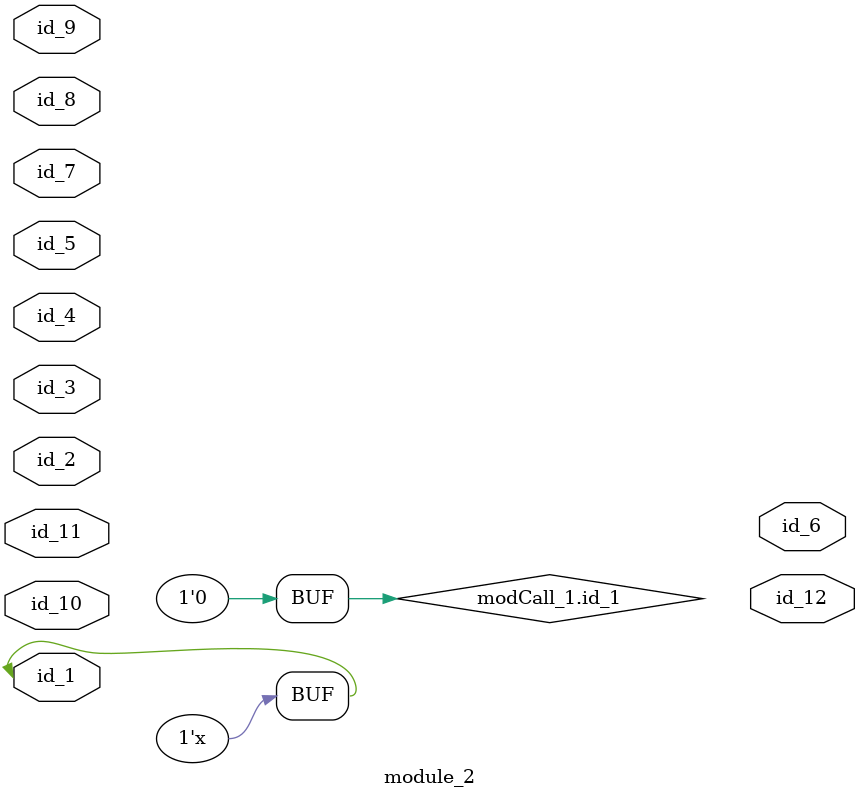
<source format=v>
module module_0 (
    id_1
);
  inout wire id_1;
  wire id_2;
  always id_1 = 1'h0;
endmodule
module module_1 (
    id_1,
    id_2,
    id_3,
    id_4
);
  output wire id_4;
  output wire id_3;
  inout wire id_2;
  input wire id_1;
  wire id_5;
  module_0 modCall_1 (id_5);
endmodule
module module_2 (
    id_1,
    id_2,
    id_3,
    id_4,
    id_5,
    id_6,
    id_7,
    id_8,
    id_9,
    id_10,
    id_11,
    id_12
);
  output wire id_12;
  inout wire id_11;
  inout wire id_10;
  inout wire id_9;
  inout wire id_8;
  input wire id_7;
  output wire id_6;
  input wire id_5;
  inout wire id_4;
  inout wire id_3;
  input wire id_2;
  inout wire id_1;
  wire id_13;
  assign id_1 = id_3[1];
  module_0 modCall_1 (id_1);
  assign modCall_1.id_1 = 0;
endmodule

</source>
